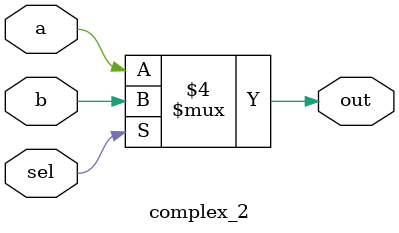
<source format=v>
module complex_2(
    input a,
    input b,
    input sel,
    output reg out
);
    always@(a | b | sel)
        begin
            if(sel==0) 
                out=a; 
            else 
                out=b;
        end
endmodule
</source>
